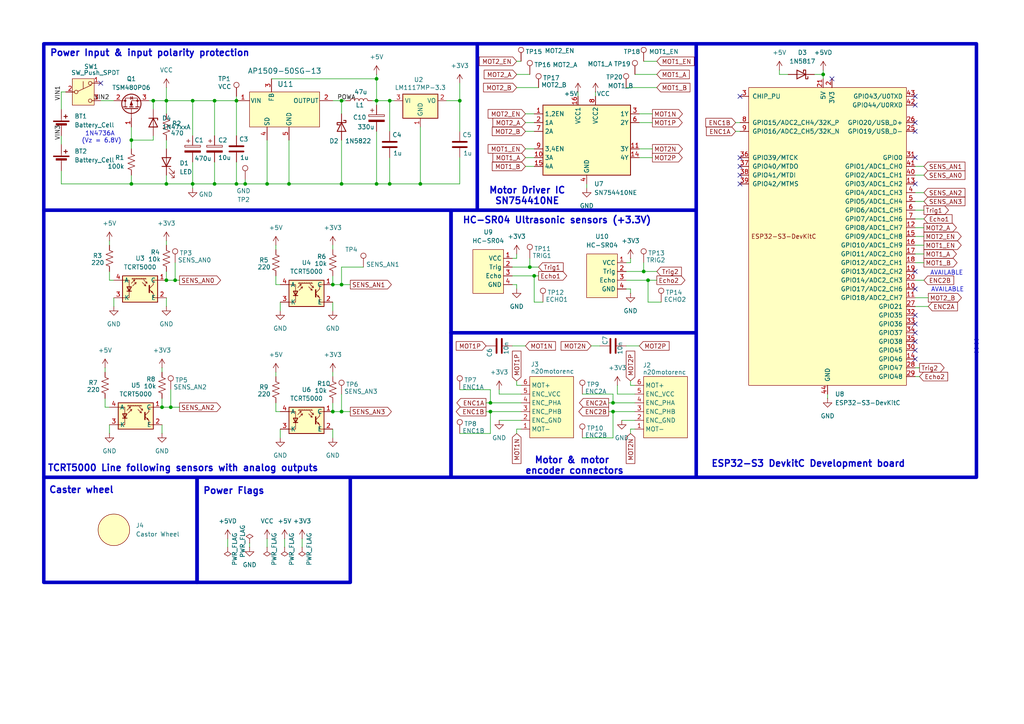
<source format=kicad_sch>
(kicad_sch (version 20250114) (generator "eeschema") (generator_version "9.0")
  (paper "A4")
  (rectangle (start 57.15 138.43) (end 101.6 168.91) (stroke (width 1.016)))
  (rectangle (start 130.81 96.52) (end 201.93 138.43) (stroke (width 1.016)))
  (rectangle (start 130.81 60.96) (end 201.93 96.52) (stroke (width 1.016)))
  (rectangle (start 201.93 12.7) (end 283.21 138.43) (stroke (width 1.016)))
  (rectangle (start 138.43 12.7) (end 201.93 60.96) (stroke (width 1.016)))
  (rectangle (start 12.7 12.7) (end 138.43 60.96) (stroke (width 1.016)))
  (rectangle (start 12.7 138.43) (end 57.15 168.91) (stroke (width 1.016)))
  (rectangle (start 12.7 60.96) (end 130.81 138.43) (stroke (width 1.016)))
  (text "HC-SR04 Ultrasonic sensors (+3.3V)" (at 161.544 64.008 0) (effects (font (size 1.905 1.905) (thickness 0.381) (bold yes))))
  (text "Power Input & input polarity protection" (at 43.434 15.494 0) (effects (font (size 1.905 1.905) (thickness 0.381) (bold yes))))
  (text "Motor Driver IC\nSN754410NE\n" (at 152.908 56.896 0) (effects (font (size 1.905 1.905) (thickness 0.381) (bold yes))))
  (text "Motor & motor \nencoder connectors\n" (at 166.624 135.128 0) (effects (font (size 1.905 1.905) (thickness 0.381) (bold yes))))
  (text "AVAILABLE" (at 274.828 84.074 0) (effects (font (size 1.27 1.27))))
  (text "AVAILABLE" (at 274.574 79.248 0) (effects (font (size 1.27 1.27))))
  (text "Caster wheel" (at 23.622 142.24 0) (effects (font (size 1.905 1.905) (thickness 0.381) (bold yes))))
  (text "1N4736A \n(Vz = 6.8V)" (at 29.464 39.878 0) (effects (font (size 1.27 1.27))))
  (text "ESP32-S3 DevkitC Development board" (at 234.442 134.62 0) (effects (font (size 1.905 1.905) (thickness 0.381) (bold yes))))
  (text "TCRT5000 Line following sensors with analog outputs" (at 53.086 135.89 0) (effects (font (size 1.905 1.905) (thickness 0.381) (bold yes))))
  (text "Power Flags\n" (at 67.818 142.494 0) (effects (font (size 1.905 1.905) (thickness 0.381) (bold yes))))
  (junction (at 96.52 82.55))
  (junction (at 113.03 29.21))
  (junction (at 177.8 116.84))
  (junction (at 44.45 29.21))
  (junction (at 71.12 53.34))
  (junction (at 142.24 119.38))
  (junction (at 154.94 80.01))
  (junction (at 77.47 53.34))
  (junction (at 187.96 81.28))
  (junction (at 133.35 29.21))
  (junction (at 38.1 53.34))
  (junction (at 177.8 119.38))
  (junction (at 142.24 116.84))
  (junction (at 238.76 21.59))
  (junction (at 99.06 82.55))
  (junction (at 109.22 29.21))
  (junction (at 50.8 81.28))
  (junction (at 49.53 118.11))
  (junction (at 113.03 53.34))
  (junction (at 48.26 81.28))
  (junction (at 48.26 29.21))
  (junction (at 99.06 53.34))
  (junction (at 46.99 118.11))
  (junction (at 153.67 77.47))
  (junction (at 68.58 29.21))
  (junction (at 99.06 29.21))
  (junction (at 55.88 53.34))
  (junction (at 99.06 119.38))
  (junction (at 186.69 78.74))
  (junction (at 109.22 22.86))
  (junction (at 68.58 53.34))
  (junction (at 62.23 29.21))
  (junction (at 83.82 53.34))
  (junction (at 62.23 53.34))
  (junction (at 48.26 53.34))
  (junction (at 109.22 53.34))
  (junction (at 38.1 40.64))
  (junction (at 121.92 53.34))
  (junction (at 55.88 29.21))
  (junction (at 96.52 119.38))
  (no_connect (at 265.43 45.72))
  (no_connect (at 265.43 35.56))
  (no_connect (at 265.43 96.52))
  (no_connect (at 283.21 101.6))
  (no_connect (at 265.43 30.48))
  (no_connect (at 265.43 93.98))
  (no_connect (at 283.21 99.06))
  (no_connect (at 265.43 101.6))
  (no_connect (at 265.43 83.82))
  (no_connect (at 214.63 27.94))
  (no_connect (at 265.43 53.34))
  (no_connect (at 265.43 78.74))
  (no_connect (at 214.63 50.8))
  (no_connect (at 241.3 22.86))
  (no_connect (at 265.43 27.94))
  (no_connect (at 265.43 99.06))
  (no_connect (at 265.43 38.1))
  (no_connect (at 214.63 45.72))
  (no_connect (at 265.43 104.14))
  (no_connect (at 265.43 91.44))
  (no_connect (at 29.21 24.13))
  (no_connect (at 214.63 48.26))
  (no_connect (at 214.63 53.34))
  (wire (pts (xy 29.21 29.21) (xy 33.02 29.21)))
  (wire (pts (xy 72.39 157.48) (xy 72.39 158.75)))
  (wire (pts (xy 238.76 21.59) (xy 238.76 22.86)))
  (wire (pts (xy 182.88 83.82) (xy 182.88 85.09)))
  (wire (pts (xy 99.06 40.64) (xy 99.06 53.34)))
  (wire (pts (xy 38.1 36.83) (xy 38.1 40.64)))
  (wire (pts (xy 96.52 107.95) (xy 96.52 109.22)))
  (wire (pts (xy 186.69 17.78) (xy 190.5 17.78)))
  (wire (pts (xy 30.48 106.68) (xy 30.48 107.95)))
  (wire (pts (xy 265.43 60.96) (xy 267.97 60.96)))
  (wire (pts (xy 44.45 29.21) (xy 44.45 31.75)))
  (wire (pts (xy 48.26 78.74) (xy 48.26 81.28)))
  (wire (pts (xy 177.8 119.38) (xy 177.8 127)))
  (wire (pts (xy 48.26 86.36) (xy 48.26 88.9)))
  (wire (pts (xy 44.45 39.37) (xy 44.45 40.64)))
  (wire (pts (xy 96.52 80.01) (xy 96.52 82.55)))
  (wire (pts (xy 265.43 81.28) (xy 267.97 81.28)))
  (wire (pts (xy 184.15 114.3) (xy 179.07 114.3)))
  (wire (pts (xy 191.77 87.63) (xy 187.96 87.63)))
  (wire (pts (xy 142.24 119.38) (xy 142.24 125.73)))
  (wire (pts (xy 265.43 68.58) (xy 267.97 68.58)))
  (wire (pts (xy 38.1 53.34) (xy 48.26 53.34)))
  (wire (pts (xy 83.82 40.64) (xy 83.82 53.34)))
  (wire (pts (xy 50.8 81.28) (xy 52.07 81.28)))
  (wire (pts (xy 109.22 21.59) (xy 109.22 22.86)))
  (wire (pts (xy 182.88 110.49) (xy 182.88 111.76)))
  (wire (pts (xy 153.67 74.93) (xy 153.67 77.47)))
  (wire (pts (xy 17.78 39.37) (xy 17.78 41.91)))
  (wire (pts (xy 113.03 45.72) (xy 113.03 53.34)))
  (wire (pts (xy 181.61 25.4) (xy 190.5 25.4)))
  (wire (pts (xy 80.01 116.84) (xy 80.01 119.38)))
  (wire (pts (xy 168.91 114.3) (xy 177.8 114.3)))
  (wire (pts (xy 83.82 53.34) (xy 99.06 53.34)))
  (wire (pts (xy 99.06 114.3) (xy 99.06 119.38)))
  (wire (pts (xy 185.42 45.72) (xy 189.23 45.72)))
  (wire (pts (xy 48.26 29.21) (xy 48.26 33.02)))
  (wire (pts (xy 236.22 21.59) (xy 238.76 21.59)))
  (wire (pts (xy 238.76 20.32) (xy 238.76 21.59)))
  (wire (pts (xy 172.72 26.67) (xy 172.72 27.94)))
  (wire (pts (xy 80.01 119.38) (xy 81.28 119.38)))
  (wire (pts (xy 265.43 88.9) (xy 269.24 88.9)))
  (wire (pts (xy 55.88 46.99) (xy 55.88 53.34)))
  (wire (pts (xy 177.8 116.84) (xy 184.15 116.84)))
  (wire (pts (xy 157.48 87.63) (xy 154.94 87.63)))
  (wire (pts (xy 133.35 45.72) (xy 133.35 53.34)))
  (wire (pts (xy 109.22 29.21) (xy 113.03 29.21)))
  (wire (pts (xy 43.18 29.21) (xy 44.45 29.21)))
  (wire (pts (xy 44.45 29.21) (xy 48.26 29.21)))
  (wire (pts (xy 265.43 71.12) (xy 267.97 71.12)))
  (wire (pts (xy 186.69 76.2) (xy 186.69 78.74)))
  (wire (pts (xy 148.59 80.01) (xy 154.94 80.01)))
  (wire (pts (xy 182.88 124.46) (xy 182.88 125.73)))
  (wire (pts (xy 265.43 63.5) (xy 267.97 63.5)))
  (wire (pts (xy 142.24 116.84) (xy 151.13 116.84)))
  (wire (pts (xy 99.06 77.47) (xy 99.06 82.55)))
  (wire (pts (xy 38.1 50.8) (xy 38.1 53.34)))
  (wire (pts (xy 181.61 81.28) (xy 187.96 81.28)))
  (wire (pts (xy 142.24 119.38) (xy 151.13 119.38)))
  (wire (pts (xy 55.88 53.34) (xy 55.88 54.61)))
  (wire (pts (xy 154.94 80.01) (xy 154.94 87.63)))
  (wire (pts (xy 105.41 77.47) (xy 99.06 77.47)))
  (wire (pts (xy 149.86 21.59) (xy 153.67 21.59)))
  (wire (pts (xy 77.47 156.21) (xy 77.47 158.75)))
  (wire (pts (xy 62.23 29.21) (xy 62.23 39.37)))
  (wire (pts (xy 109.22 22.86) (xy 109.22 29.21)))
  (wire (pts (xy 170.18 53.34) (xy 170.18 54.61)))
  (wire (pts (xy 48.26 53.34) (xy 55.88 53.34)))
  (wire (pts (xy 68.58 27.94) (xy 68.58 29.21)))
  (wire (pts (xy 152.4 45.72) (xy 154.94 45.72)))
  (wire (pts (xy 81.28 87.63) (xy 81.28 90.17)))
  (wire (pts (xy 78.74 22.86) (xy 109.22 22.86)))
  (wire (pts (xy 71.12 53.34) (xy 77.47 53.34)))
  (wire (pts (xy 46.99 123.19) (xy 46.99 125.73)))
  (wire (pts (xy 121.92 36.83) (xy 121.92 53.34)))
  (wire (pts (xy 213.36 38.1) (xy 214.63 38.1)))
  (wire (pts (xy 49.53 118.11) (xy 52.07 118.11)))
  (wire (pts (xy 265.43 76.2) (xy 267.97 76.2)))
  (wire (pts (xy 99.06 119.38) (xy 101.6 119.38)))
  (wire (pts (xy 50.8 76.2) (xy 50.8 81.28)))
  (wire (pts (xy 153.67 77.47) (xy 156.21 77.47)))
  (wire (pts (xy 96.52 71.12) (xy 96.52 72.39)))
  (wire (pts (xy 176.53 119.38) (xy 177.8 119.38)))
  (wire (pts (xy 148.59 77.47) (xy 153.67 77.47)))
  (wire (pts (xy 96.52 29.21) (xy 99.06 29.21)))
  (wire (pts (xy 152.4 48.26) (xy 154.94 48.26)))
  (wire (pts (xy 265.43 106.68) (xy 266.7 106.68)))
  (wire (pts (xy 68.58 46.99) (xy 68.58 53.34)))
  (wire (pts (xy 113.03 29.21) (xy 113.03 38.1)))
  (wire (pts (xy 187.96 81.28) (xy 190.5 81.28)))
  (wire (pts (xy 62.23 29.21) (xy 68.58 29.21)))
  (wire (pts (xy 77.47 40.64) (xy 77.47 53.34)))
  (wire (pts (xy 48.26 69.85) (xy 48.26 71.12)))
  (wire (pts (xy 96.52 116.84) (xy 96.52 119.38)))
  (wire (pts (xy 149.86 111.76) (xy 151.13 111.76)))
  (wire (pts (xy 181.61 83.82) (xy 182.88 83.82)))
  (wire (pts (xy 99.06 29.21) (xy 99.06 33.02)))
  (wire (pts (xy 144.78 114.3) (xy 151.13 114.3)))
  (wire (pts (xy 99.06 82.55) (xy 101.6 82.55)))
  (wire (pts (xy 80.01 71.12) (xy 80.01 72.39)))
  (wire (pts (xy 213.36 35.56) (xy 214.63 35.56)))
  (wire (pts (xy 96.52 124.46) (xy 96.52 127)))
  (wire (pts (xy 149.86 25.4) (xy 156.21 25.4)))
  (wire (pts (xy 179.07 111.76) (xy 179.07 114.3)))
  (wire (pts (xy 144.78 121.92) (xy 151.13 121.92)))
  (wire (pts (xy 185.42 33.02) (xy 189.23 33.02)))
  (wire (pts (xy 152.4 38.1) (xy 154.94 38.1)))
  (wire (pts (xy 31.75 69.85) (xy 31.75 71.12)))
  (wire (pts (xy 30.48 115.57) (xy 30.48 118.11)))
  (wire (pts (xy 113.03 29.21) (xy 114.3 29.21)))
  (wire (pts (xy 181.61 76.2) (xy 182.88 76.2)))
  (wire (pts (xy 80.01 82.55) (xy 81.28 82.55)))
  (wire (pts (xy 265.43 73.66) (xy 267.97 73.66)))
  (wire (pts (xy 184.15 21.59) (xy 190.5 21.59)))
  (wire (pts (xy 182.88 111.76) (xy 184.15 111.76)))
  (wire (pts (xy 55.88 29.21) (xy 62.23 29.21)))
  (wire (pts (xy 17.78 26.67) (xy 19.05 26.67)))
  (wire (pts (xy 265.43 58.42) (xy 267.97 58.42)))
  (wire (pts (xy 46.99 115.57) (xy 46.99 118.11)))
  (wire (pts (xy 177.8 127) (xy 168.91 127)))
  (wire (pts (xy 149.86 73.66) (xy 149.86 74.93)))
  (wire (pts (xy 133.35 53.34) (xy 121.92 53.34)))
  (wire (pts (xy 152.4 43.18) (xy 154.94 43.18)))
  (wire (pts (xy 177.8 116.84) (xy 177.8 114.3)))
  (wire (pts (xy 181.61 78.74) (xy 186.69 78.74)))
  (wire (pts (xy 46.99 118.11) (xy 49.53 118.11)))
  (wire (pts (xy 48.26 40.64) (xy 48.26 43.18)))
  (wire (pts (xy 185.42 35.56) (xy 189.23 35.56)))
  (wire (pts (xy 38.1 40.64) (xy 44.45 40.64)))
  (wire (pts (xy 148.59 82.55) (xy 149.86 82.55)))
  (wire (pts (xy 151.13 124.46) (xy 149.86 124.46)))
  (wire (pts (xy 38.1 40.64) (xy 38.1 43.18)))
  (wire (pts (xy 149.86 110.49) (xy 149.86 111.76)))
  (wire (pts (xy 48.26 50.8) (xy 48.26 53.34)))
  (wire (pts (xy 48.26 25.4) (xy 48.26 29.21)))
  (wire (pts (xy 171.45 100.33) (xy 173.99 100.33)))
  (wire (pts (xy 176.53 116.84) (xy 177.8 116.84)))
  (wire (pts (xy 96.52 119.38) (xy 99.06 119.38)))
  (wire (pts (xy 149.86 17.78) (xy 151.13 17.78)))
  (wire (pts (xy 226.06 21.59) (xy 228.6 21.59)))
  (wire (pts (xy 99.06 53.34) (xy 109.22 53.34)))
  (wire (pts (xy 152.4 33.02) (xy 154.94 33.02)))
  (wire (pts (xy 152.4 35.56) (xy 154.94 35.56)))
  (wire (pts (xy 77.47 53.34) (xy 83.82 53.34)))
  (wire (pts (xy 62.23 53.34) (xy 68.58 53.34)))
  (wire (pts (xy 49.53 113.03) (xy 49.53 118.11)))
  (wire (pts (xy 133.35 113.03) (xy 142.24 113.03)))
  (wire (pts (xy 149.86 124.46) (xy 149.86 125.73)))
  (wire (pts (xy 133.35 125.73) (xy 142.24 125.73)))
  (wire (pts (xy 144.78 113.03) (xy 144.78 114.3)))
  (wire (pts (xy 46.99 106.68) (xy 46.99 107.95)))
  (wire (pts (xy 81.28 124.46) (xy 81.28 127)))
  (wire (pts (xy 129.54 29.21) (xy 133.35 29.21)))
  (wire (pts (xy 17.78 49.53) (xy 17.78 53.34)))
  (wire (pts (xy 148.59 100.33) (xy 152.4 100.33)))
  (wire (pts (xy 96.52 82.55) (xy 99.06 82.55)))
  (wire (pts (xy 265.43 50.8) (xy 267.97 50.8)))
  (wire (pts (xy 48.26 81.28) (xy 50.8 81.28)))
  (wire (pts (xy 133.35 29.21) (xy 133.35 38.1)))
  (wire (pts (xy 140.97 119.38) (xy 142.24 119.38)))
  (wire (pts (xy 184.15 124.46) (xy 182.88 124.46)))
  (wire (pts (xy 107.95 29.21) (xy 109.22 29.21)))
  (wire (pts (xy 87.63 156.21) (xy 87.63 158.75)))
  (wire (pts (xy 148.59 74.93) (xy 149.86 74.93)))
  (wire (pts (xy 265.43 66.04) (xy 267.97 66.04)))
  (wire (pts (xy 186.69 78.74) (xy 190.5 78.74)))
  (wire (pts (xy 96.52 87.63) (xy 96.52 90.17)))
  (wire (pts (xy 109.22 29.21) (xy 109.22 30.48)))
  (wire (pts (xy 33.02 86.36) (xy 33.02 88.9)))
  (wire (pts (xy 167.64 26.67) (xy 167.64 27.94)))
  (wire (pts (xy 182.88 74.93) (xy 182.88 76.2)))
  (wire (pts (xy 142.24 113.03) (xy 142.24 116.84)))
  (wire (pts (xy 265.43 55.88) (xy 267.97 55.88)))
  (wire (pts (xy 62.23 46.99) (xy 62.23 53.34)))
  (wire (pts (xy 187.96 87.63) (xy 187.96 81.28)))
  (wire (pts (xy 66.04 156.21) (xy 66.04 158.75)))
  (wire (pts (xy 71.12 52.07) (xy 71.12 53.34)))
  (wire (pts (xy 133.35 24.13) (xy 133.35 29.21)))
  (wire (pts (xy 68.58 29.21) (xy 68.58 39.37)))
  (wire (pts (xy 30.48 118.11) (xy 31.75 118.11)))
  (wire (pts (xy 17.78 53.34) (xy 38.1 53.34)))
  (wire (pts (xy 180.34 121.92) (xy 184.15 121.92)))
  (wire (pts (xy 154.94 80.01) (xy 156.21 80.01)))
  (wire (pts (xy 181.61 100.33) (xy 185.42 100.33)))
  (wire (pts (xy 80.01 107.95) (xy 80.01 109.22)))
  (wire (pts (xy 265.43 109.22) (xy 266.7 109.22)))
  (wire (pts (xy 149.86 82.55) (xy 149.86 83.82)))
  (wire (pts (xy 265.43 86.36) (xy 269.24 86.36)))
  (wire (pts (xy 80.01 80.01) (xy 80.01 82.55)))
  (wire (pts (xy 177.8 119.38) (xy 184.15 119.38)))
  (wire (pts (xy 17.78 31.75) (xy 17.78 26.67)))
  (wire (pts (xy 109.22 53.34) (xy 113.03 53.34)))
  (wire (pts (xy 68.58 53.34) (xy 71.12 53.34)))
  (wire (pts (xy 140.97 116.84) (xy 142.24 116.84)))
  (wire (pts (xy 113.03 53.34) (xy 121.92 53.34)))
  (wire (pts (xy 55.88 29.21) (xy 55.88 39.37)))
  (wire (pts (xy 31.75 81.28) (xy 33.02 81.28)))
  (wire (pts (xy 82.55 156.21) (xy 82.55 158.75)))
  (wire (pts (xy 31.75 78.74) (xy 31.75 81.28)))
  (wire (pts (xy 48.26 29.21) (xy 55.88 29.21)))
  (wire (pts (xy 31.75 123.19) (xy 31.75 125.73)))
  (wire (pts (xy 185.42 43.18) (xy 189.23 43.18)))
  (wire (pts (xy 240.03 114.3) (xy 240.03 115.57)))
  (wire (pts (xy 226.06 20.32) (xy 226.06 21.59)))
  (wire (pts (xy 109.22 38.1) (xy 109.22 53.34)))
  (wire (pts (xy 55.88 53.34) (xy 62.23 53.34)))
  (wire (pts (xy 265.43 48.26) (xy 267.97 48.26)))
  (wire (pts (xy 99.06 29.21) (xy 100.33 29.21)))
  (label "VIN1" (at 17.78 29.21 90))
  (label "VIN2" (at 31.75 29.21 180))
  (label "VIN3" (at 17.78 40.64 90))
  (label "POWA" (at 97.79 29.21 0))
  (global_label "MOT1P" (shape input) (at 149.86 110.49 90) (property "Intersheetrefs" "${INTERSHEET_REFS}" (effects (hide yes))))
  (global_label "MOT1_EN" (shape input) (at 190.5 17.78 0) (property "Intersheetrefs" "${INTERSHEET_REFS}" (effects (hide yes))))
  (global_label "MOT2N" (shape output) (at 189.23 43.18 0) (property "Intersheetrefs" "${INTERSHEET_REFS}" (effects (hide yes))))
  (global_label "SENS_AN1" (shape output) (at 101.6 82.55 0) (property "Intersheetrefs" "${INTERSHEET_REFS}" (effects (hide yes))))
  (global_label "Trig1" (shape output) (at 267.97 60.96 0) (property "Intersheetrefs" "${INTERSHEET_REFS}" (effects (hide yes))))
  (global_label "MOT2N" (shape input) (at 171.45 100.33 180) (property "Intersheetrefs" "${INTERSHEET_REFS}" (effects (hide yes))))
  (global_label "Trig1" (shape input) (at 156.21 77.47 0) (property "Intersheetrefs" "${INTERSHEET_REFS}" (effects (hide yes))))
  (global_label "ENC2B" (shape input) (at 267.97 81.28 0) (property "Intersheetrefs" "${INTERSHEET_REFS}" (effects (hide yes))))
  (global_label "MOT2P" (shape output) (at 189.23 45.72 0) (property "Intersheetrefs" "${INTERSHEET_REFS}" (effects (hide yes))))
  (global_label "MOT2_A" (shape output) (at 267.97 66.04 0) (property "Intersheetrefs" "${INTERSHEET_REFS}" (effects (hide yes))))
  (global_label "MOT1N" (shape input) (at 149.86 125.73 270) (property "Intersheetrefs" "${INTERSHEET_REFS}" (effects (hide yes))))
  (global_label "MOT2_B" (shape output) (at 269.24 86.36 0) (property "Intersheetrefs" "${INTERSHEET_REFS}" (effects (hide yes))))
  (global_label "ENC2B" (shape output) (at 176.53 119.38 180) (property "Intersheetrefs" "${INTERSHEET_REFS}" (effects (hide yes))))
  (global_label "SENS_AN0" (shape input) (at 267.97 50.8 0) (property "Intersheetrefs" "${INTERSHEET_REFS}" (effects (hide yes))))
  (global_label "ENC1B" (shape input) (at 213.36 35.56 180) (property "Intersheetrefs" "${INTERSHEET_REFS}" (effects (hide yes))))
  (global_label "MOT2_A" (shape input) (at 149.86 21.59 180) (property "Intersheetrefs" "${INTERSHEET_REFS}" (effects (hide yes))))
  (global_label "SENS_AN0" (shape output) (at 52.07 81.28 0) (property "Intersheetrefs" "${INTERSHEET_REFS}" (effects (hide yes))))
  (global_label "Trig2" (shape output) (at 266.7 106.68 0) (property "Intersheetrefs" "${INTERSHEET_REFS}" (effects (hide yes))))
  (global_label "Echo2" (shape output) (at 190.5 81.28 0) (property "Intersheetrefs" "${INTERSHEET_REFS}" (effects (hide yes))))
  (global_label "SENS_AN3" (shape input) (at 267.97 58.42 0) (property "Intersheetrefs" "${INTERSHEET_REFS}" (effects (hide yes))))
  (global_label "SENS_AN3" (shape output) (at 101.6 119.38 0) (property "Intersheetrefs" "${INTERSHEET_REFS}" (effects (hide yes))))
  (global_label "SENS_AN2" (shape input) (at 267.97 55.88 0) (property "Intersheetrefs" "${INTERSHEET_REFS}" (effects (hide yes))))
  (global_label "SENS_AN2" (shape output) (at 52.07 118.11 0) (property "Intersheetrefs" "${INTERSHEET_REFS}" (effects (hide yes))))
  (global_label "MOT1_A" (shape input) (at 152.4 45.72 180) (property "Intersheetrefs" "${INTERSHEET_REFS}" (effects (hide yes))))
  (global_label "MOT1_EN" (shape input) (at 152.4 43.18 180) (property "Intersheetrefs" "${INTERSHEET_REFS}" (effects (hide yes))))
  (global_label "MOT2P" (shape input) (at 182.88 110.49 90) (property "Intersheetrefs" "${INTERSHEET_REFS}" (effects (hide yes))))
  (global_label "MOT2_EN" (shape input) (at 149.86 17.78 180) (property "Intersheetrefs" "${INTERSHEET_REFS}" (effects (hide yes))))
  (global_label "MOT1_B" (shape input) (at 190.5 25.4 0) (property "Intersheetrefs" "${INTERSHEET_REFS}" (effects (hide yes))))
  (global_label "SENS_AN1" (shape input) (at 267.97 48.26 0) (property "Intersheetrefs" "${INTERSHEET_REFS}" (effects (hide yes))))
  (global_label "MOT2_B" (shape input) (at 152.4 38.1 180) (property "Intersheetrefs" "${INTERSHEET_REFS}" (effects (hide yes))))
  (global_label "MOT1P" (shape input) (at 140.97 100.33 180) (property "Intersheetrefs" "${INTERSHEET_REFS}" (effects (hide yes))))
  (global_label "MOT1_A" (shape output) (at 267.97 73.66 0) (property "Intersheetrefs" "${INTERSHEET_REFS}" (effects (hide yes))))
  (global_label "MOT1N" (shape output) (at 189.23 33.02 0) (property "Intersheetrefs" "${INTERSHEET_REFS}" (effects (hide yes))))
  (global_label "Trig2" (shape input) (at 190.5 78.74 0) (property "Intersheetrefs" "${INTERSHEET_REFS}" (effects (hide yes))))
  (global_label "MOT1_EN" (shape output) (at 267.97 71.12 0) (property "Intersheetrefs" "${INTERSHEET_REFS}" (effects (hide yes))))
  (global_label "MOT1_A" (shape input) (at 190.5 21.59 0) (property "Intersheetrefs" "${INTERSHEET_REFS}" (effects (hide yes))))
  (global_label "MOT2_A" (shape input) (at 152.4 35.56 180) (property "Intersheetrefs" "${INTERSHEET_REFS}" (effects (hide yes))))
  (global_label "Echo1" (shape input) (at 267.97 63.5 0) (property "Intersheetrefs" "${INTERSHEET_REFS}" (effects (hide yes))))
  (global_label "MOT2_EN" (shape output) (at 267.97 68.58 0) (property "Intersheetrefs" "${INTERSHEET_REFS}" (effects (hide yes))))
  (global_label "MOT1N" (shape input) (at 152.4 100.33 0) (property "Intersheetrefs" "${INTERSHEET_REFS}" (effects (hide yes))))
  (global_label "MOT2N" (shape input) (at 182.88 125.73 270) (property "Intersheetrefs" "${INTERSHEET_REFS}" (effects (hide yes))))
  (global_label "ENC1B" (shape output) (at 140.97 119.38 180) (property "Intersheetrefs" "${INTERSHEET_REFS}" (effects (hide yes))))
  (global_label "MOT1_B" (shape input) (at 152.4 48.26 180) (property "Intersheetrefs" "${INTERSHEET_REFS}" (effects (hide yes))))
  (global_label "ENC1A" (shape input) (at 213.36 38.1 180) (property "Intersheetrefs" "${INTERSHEET_REFS}" (effects (hide yes))))
  (global_label "ENC2A" (shape output) (at 176.53 116.84 180) (property "Intersheetrefs" "${INTERSHEET_REFS}" (effects (hide yes))))
  (global_label "Echo2" (shape input) (at 266.7 109.22 0) (property "Intersheetrefs" "${INTERSHEET_REFS}" (effects (hide yes))))
  (global_label "MOT2_B" (shape input) (at 149.86 25.4 180) (property "Intersheetrefs" "${INTERSHEET_REFS}" (effects (hide yes))))
  (global_label "Echo1" (shape output) (at 156.21 80.01 0) (property "Intersheetrefs" "${INTERSHEET_REFS}" (effects (hide yes))))
  (global_label "ENC2A" (shape input) (at 269.24 88.9 0) (property "Intersheetrefs" "${INTERSHEET_REFS}" (effects (hide yes))))
  (global_label "ENC1A" (shape output) (at 140.97 116.84 180) (property "Intersheetrefs" "${INTERSHEET_REFS}" (effects (hide yes))))
  (global_label "MOT1P" (shape output) (at 189.23 35.56 0) (property "Intersheetrefs" "${INTERSHEET_REFS}" (effects (hide yes))))
  (global_label "MOT1_B" (shape output) (at 267.97 76.2 0) (property "Intersheetrefs" "${INTERSHEET_REFS}" (effects (hide yes))))
  (global_label "MOT2P" (shape input) (at 185.42 100.33 0) (property "Intersheetrefs" "${INTERSHEET_REFS}" (effects (hide yes))))
  (global_label "MOT2_EN" (shape input) (at 152.4 33.02 180) (property "Intersheetrefs" "${INTERSHEET_REFS}" (effects (hide yes))))
  (symbol (lib_name "VCC_2") (lib_id "power:VCC") (at 77.47 156.21 0) (unit 1)
    (property "Reference" "#PWR05" (effects (hide yes)))
    (property "Value" "VCC" (at 77.47 151.13 0))
    (property "Description" "Power symbol creates a global label with name \"VCC\"" (effects (hide yes)))
  )
  (symbol (lib_id "power:GND") (at 81.28 127 0) (unit 1)
    (property "Reference" "#PWR021" (effects (hide yes)))
    (property "Value" "GND" (at 81.28 132.08 0))
    (property "Description" "Power symbol creates a global label with name \"GND\" , ground" (effects (hide yes)))
  )
  (symbol (lib_id "myparts:TSM480P06") (at 38.1 29.21 90) (unit 1)
    (property "Reference" "Q1" (at 38.1 22.86 90))
    (property "Value" "TSM480P06" (at 38.1 25.4 90))
    (property "Footprint" "Package_TO_SOT_THT:TO-251-3_Vertical" (effects (hide yes)))
  )
  (symbol (lib_id "myparts:n20motorenc") (at 153.67 119.38 0) (mirror y) (unit 1)
    (property "Reference" "J3" (at 153.924 105.664 0) (effects (justify right)))
    (property "Value" "n20motorenc" (at 153.924 107.696 0) (effects (justify right)))
    (property "Footprint" "myparts:n20motorencv2" (effects (hide yes)))
  )
  (symbol (lib_id "Switch:SW_Push_SPDT") (at 24.13 26.67 0) (unit 1)
    (property "Reference" "SW1" (at 26.416 19.304 0))
    (property "Value" "SW_Push_SPDT" (at 27.686 21.082 0))
    (property "Footprint" "Button_Switch_THT:SW_E-Switch_EG1224_SPDT_Angled" (effects (hide yes)))
    (property "Description" "Momentary Switch, single pole double throw" (effects (hide yes)))
  )
  (symbol (lib_id "myparts:AP1509-50SG-13") (at 64.77 29.21 0) (unit 1)
    (property "Reference" "U11" (at 82.804 24.384 0) (effects (font (size 1.524 1.524))))
    (property "Value" "AP1509-50SG-13" (at 82.55 20.574 0) (effects (font (size 1.524 1.524))))
    (property "Footprint" "Package_SO:SOP-8_3.9x4.9mm_P1.27mm" (effects (hide yes)))
    (property "Datasheet" "AP1509-50SG-13" (effects (hide yes)))
  )
  (symbol (lib_id "Device:R_US") (at 96.52 76.2 0) (unit 1)
    (property "Reference" "R6" (at 91.948 74.422 0) (effects (justify left)))
    (property "Value" "10k" (at 91.186 76.454 0) (effects (justify left)))
    (property "Footprint" "Resistor_THT:R_Axial_DIN0207_L6.3mm_D2.5mm_P10.16mm_Horizontal" (effects (hide yes)))
  )
  (symbol (lib_id "Diode:1N47xxA") (at 44.45 35.56 270) (unit 1)
    (property "Reference" "D4" (at 46.99 34.2899 90) (effects (justify left)))
    (property "Value" "1N47xxA" (at 46.99 36.8299 90) (effects (justify left)))
    (property "Footprint" "Diode_THT:D_DO-41_SOD81_P10.16mm_Horizontal" (effects (hide yes)))
    (property "Datasheet" "https://www.vishay.com/docs/85816/1n4728a.pdf" (effects (hide yes)))
    (property "Description" "1300mW Silicon planar power Zener diodes, DO-41" (effects (hide yes)))
  )
  (symbol (lib_id "power:+3V3") (at 96.52 107.95 0) (unit 1)
    (property "Reference" "#PWR022" (effects (hide yes)))
    (property "Value" "+3V3" (at 96.52 102.87 0))
    (property "Description" "Power symbol creates a global label with name \"+3V3\"" (effects (hide yes)))
  )
  (symbol (lib_id "Device:C") (at 144.78 100.33 90) (unit 1)
    (property "Reference" "C6" (at 141.986 103.632 0) (effects (justify left)))
    (property "Value" "10n" (at 146.812 102.87 0) (effects (justify left)))
    (property "Footprint" "Capacitor_THT:C_Disc_D4.3mm_W1.9mm_P5.00mm" (effects (hide yes)))
  )
  (symbol (lib_id "Device:C_Polarized") (at 109.22 34.29 0) (unit 1)
    (property "Reference" "C10" (at 102.362 34.036 0) (effects (justify left)))
    (property "Value" "330u" (at 103.632 36.83 0) (effects (justify left)))
    (property "Footprint" "Capacitor_THT:CP_Radial_D10.0mm_P5.00mm" (effects (hide yes)))
    (property "Description" "Polarized capacitor" (effects (hide yes)))
  )
  (symbol (lib_id "power:+3V3") (at 87.63 156.21 0) (unit 1)
    (property "Reference" "#PWR027" (effects (hide yes)))
    (property "Value" "+3V3" (at 87.63 151.13 0))
    (property "Description" "Power symbol creates a global label with name \"+3V3\"" (effects (hide yes)))
  )
  (symbol (lib_id "Connector:TestPoint") (at 184.15 21.59 0) (unit 1)
    (property "Reference" "TP19" (at 178.054 18.542 0) (effects (justify left)))
    (property "Value" "MOT1_A" (at 170.434 18.542 0) (effects (justify left)))
    (property "Footprint" "TestPoint:TestPoint_THTPad_D1.5mm_Drill0.7mm" (effects (hide yes)))
  )
  (symbol (lib_id "power:GND") (at 55.88 54.61 0) (unit 1)
    (property "Reference" "#PWR04" (effects (hide yes)))
    (property "Value" "GND" (at 59.69 56.388 0))
    (property "Description" "Power symbol creates a global label with name \"GND\" , ground" (effects (hide yes)))
  )
  (symbol (lib_id "Device:C_Polarized") (at 62.23 43.18 0) (unit 1)
    (property "Reference" "C2" (at 63.246 40.64 0) (effects (justify left)))
    (property "Value" "10u" (at 63.246 45.72 0) (effects (justify left)))
    (property "Footprint" "Capacitor_THT:CP_Radial_D5.0mm_P2.50mm" (effects (hide yes)))
  )
  (symbol (lib_id "power:PWR_FLAG") (at 77.47 158.75 180) (unit 1)
    (property "Reference" "#FLG06" (effects (hide yes)))
    (property "Value" "PWR_FLAG" (at 79.502 159.258 90))
    (property "Description" "Special symbol for telling ERC where power comes from" (effects (hide yes)))
  )
  (symbol (lib_id "power:GND") (at 96.52 90.17 0) (unit 1)
    (property "Reference" "#PWR015" (effects (hide yes)))
    (property "Value" "GND" (at 96.52 95.25 0))
    (property "Description" "Power symbol creates a global label with name \"GND\" , ground" (effects (hide yes)))
  )
  (symbol (lib_id "Connector:TestPoint") (at 151.13 17.78 0) (unit 1)
    (property "Reference" "TP15" (at 152.4 14.986 0) (effects (justify left)))
    (property "Value" "MOT2_EN" (at 157.988 14.732 0) (effects (justify left)))
    (property "Footprint" "TestPoint:TestPoint_THTPad_D1.5mm_Drill0.7mm" (effects (hide yes)))
  )
  (symbol (lib_id "Diode:1N5817") (at 232.41 21.59 180) (unit 1)
    (property "Reference" "D3" (at 232.7275 15.24 0))
    (property "Value" "1N5817" (at 232.7275 17.78 0))
    (property "Footprint" "Diode_THT:D_DO-41_SOD81_P10.16mm_Horizontal" (effects (hide yes)))
    (property "Datasheet" "http://www.vishay.com/docs/88525/1n5817.pdf" (effects (hide yes)))
    (property "Description" "20V 1A Schottky Barrier Rectifier Diode, DO-41" (effects (hide yes)))
  )
  (symbol (lib_id "power:GND") (at 144.78 121.92 0) (unit 1)
    (property "Reference" "#PWR031" (effects (hide yes)))
    (property "Value" "GND" (at 144.78 127 0))
    (property "Description" "Power symbol creates a global label with name \"GND\" , ground" (effects (hide yes)))
  )
  (symbol (lib_id "Connector:TestPoint") (at 153.67 21.59 0) (unit 1)
    (property "Reference" "TP16" (at 154.94 18.796 0) (effects (justify left)))
    (property "Value" "MOT2_A" (at 160.274 18.796 0) (effects (justify left)))
    (property "Footprint" "TestPoint:TestPoint_THTPad_D1.5mm_Drill0.7mm" (effects (hide yes)))
  )
  (symbol (lib_id "Connector:TestPoint") (at 153.67 74.93 0) (unit 1)
    (property "Reference" "TP11" (at 154.94 72.136 0) (effects (justify left)))
    (property "Value" "TRIG1" (at 154.432 74.168 0) (effects (justify left)))
    (property "Footprint" "TestPoint:TestPoint_THTPad_D1.5mm_Drill0.7mm" (effects (hide yes)))
  )
  (symbol (lib_id "power:+3V3") (at 133.35 24.13 0) (unit 1)
    (property "Reference" "#PWR07" (effects (hide yes)))
    (property "Value" "+3V3" (at 133.35 19.05 0))
    (property "Description" "Power symbol creates a global label with name \"+3V3\"" (effects (hide yes)))
  )
  (symbol (lib_id "Device:R_US") (at 80.01 113.03 0) (unit 1)
    (property "Reference" "R9" (at 75.184 112.268 0) (effects (justify left)))
    (property "Value" "220" (at 74.676 114.3 0) (effects (justify left)))
    (property "Footprint" "Resistor_THT:R_Axial_DIN0207_L6.3mm_D2.5mm_P10.16mm_Horizontal" (effects (hide yes)))
  )
  (symbol (lib_id "power:GND") (at 33.02 88.9 0) (unit 1)
    (property "Reference" "#PWR09" (effects (hide yes)))
    (property "Value" "GND" (at 33.02 93.98 0))
    (property "Description" "Power symbol creates a global label with name \"GND\" , ground" (effects (hide yes)))
  )
  (symbol (lib_id "power:PWR_FLAG") (at 72.39 157.48 0) (unit 1)
    (property "Reference" "#FLG09" (effects (hide yes)))
    (property "Value" "PWR_FLAG" (at 70.358 156.972 90))
    (property "Description" "Special symbol for telling ERC where power comes from" (effects (hide yes)))
  )
  (symbol (lib_id "Device:R_US") (at 31.75 74.93 0) (unit 1)
    (property "Reference" "R3" (at 26.924 74.168 0) (effects (justify left)))
    (property "Value" "220" (at 26.416 76.2 0) (effects (justify left)))
    (property "Footprint" "Resistor_THT:R_Axial_DIN0207_L6.3mm_D2.5mm_P10.16mm_Horizontal" (effects (hide yes)))
  )
  (symbol (lib_id "Connector:TestPoint") (at 181.61 25.4 0) (unit 1)
    (property "Reference" "TP20" (at 175.768 22.352 0) (effects (justify left)))
    (property "Value" "MOT1_B" (at 176.276 24.892 0) (effects (justify left)))
    (property "Footprint" "TestPoint:TestPoint_THTPad_D1.5mm_Drill0.7mm" (effects (hide yes)))
  )
  (symbol (lib_id "myparts:TCRT5000") (at 88.9 121.92 0) (unit 1)
    (property "Reference" "U6" (at 88.9 113.03 0))
    (property "Value" "TCRT5000" (at 88.9 115.57 0))
    (property "Footprint" "myparts:Vishay_TCRT5000" (effects (hide yes)))
  )
  (symbol (lib_id "Regulator_Linear:LM1117MP-3.3") (at 121.92 29.21 0) (unit 1)
    (property "Reference" "U2" (at 121.412 23.114 0))
    (property "Value" "LM1117MP-3.3" (at 121.92 25.4 0))
    (property "Footprint" "Package_TO_SOT_SMD:SOT-223-3_TabPin2" (effects (hide yes)))
    (property "Datasheet" "http://www.ti.com/lit/ds/symlink/lm1117.pdf" (effects (hide yes)))
    (property "Description" "800mA Low-Dropout Linear Regulator, 3.3V fixed output, SOT-223" (effects (hide yes)))
  )
  (symbol (lib_id "power:PWR_FLAG") (at 66.04 158.75 180) (unit 1)
    (property "Reference" "#FLG07" (effects (hide yes)))
    (property "Value" "PWR_FLAG" (at 68.072 159.258 90))
    (property "Description" "Special symbol for telling ERC where power comes from" (effects (hide yes)))
  )
  (symbol (lib_id "Device:R_US") (at 30.48 111.76 0) (unit 1)
    (property "Reference" "R7" (at 25.654 110.998 0) (effects (justify left)))
    (property "Value" "220" (at 25.146 113.03 0) (effects (justify left)))
    (property "Footprint" "Resistor_THT:R_Axial_DIN0207_L6.3mm_D2.5mm_P10.16mm_Horizontal" (effects (hide yes)))
  )
  (symbol (lib_id "power:GND") (at 170.18 54.61 0) (unit 1)
    (property "Reference" "#PWR034" (effects (hide yes)))
    (property "Value" "GND" (at 170.18 59.69 0))
    (property "Description" "Power symbol creates a global label with name \"GND\" , ground" (effects (hide yes)))
  )
  (symbol (lib_id "Connector:TestPoint") (at 49.53 113.03 0) (unit 1)
    (property "Reference" "TP5" (at 50.8 110.236 0) (effects (justify left)))
    (property "Value" "SENS_AN2" (at 50.292 112.268 0) (effects (justify left)))
    (property "Footprint" "TestPoint:TestPoint_THTPad_D1.5mm_Drill0.7mm" (effects (hide yes)))
  )
  (symbol (lib_id "Connector:TestPoint") (at 186.69 17.78 0) (unit 1)
    (property "Reference" "TP18" (at 180.848 14.986 0) (effects (justify left)))
    (property "Value" "MOT1_EN" (at 188.214 14.986 0) (effects (justify left)))
    (property "Footprint" "TestPoint:TestPoint_THTPad_D1.5mm_Drill0.7mm" (effects (hide yes)))
  )
  (symbol (lib_name "HC-SR04_1") (lib_id "myparts:HC-SR04") (at 140.97 82.55 90) (mirror x) (unit 1)
    (property "Reference" "U9" (at 141.605 67.31 90))
    (property "Value" "HC-SR04" (at 141.605 69.85 90))
    (property "Footprint" "myparts:HC-SR04" (effects (hide yes)))
  )
  (symbol (lib_id "Connector:TestPoint") (at 50.8 76.2 0) (unit 1)
    (property "Reference" "TP3" (at 52.07 73.406 0) (effects (justify left)))
    (property "Value" "SENS_AN0" (at 51.562 75.438 0) (effects (justify left)))
    (property "Footprint" "TestPoint:TestPoint_THTPad_D1.5mm_Drill0.7mm" (effects (hide yes)))
  )
  (symbol (lib_id "power:GND") (at 48.26 88.9 0) (unit 1)
    (property "Reference" "#PWR011" (effects (hide yes)))
    (property "Value" "GND" (at 48.26 93.98 0))
    (property "Description" "Power symbol creates a global label with name \"GND\" , ground" (effects (hide yes)))
  )
  (symbol (lib_id "power:+5V") (at 226.06 20.32 0) (unit 1)
    (property "Reference" "#PWR035" (effects (hide yes)))
    (property "Value" "+5V" (at 226.06 15.24 0))
    (property "Description" "Power symbol creates a global label with name \"+5V\"" (effects (hide yes)))
  )
  (symbol (lib_id "Device:C") (at 133.35 41.91 0) (unit 1)
    (property "Reference" "C5" (at 134.112 39.116 0) (effects (justify left)))
    (property "Value" "1u" (at 134.366 44.45 0) (effects (justify left)))
    (property "Footprint" "Capacitor_THT:C_Disc_D4.3mm_W1.9mm_P5.00mm" (effects (hide yes)))
  )
  (symbol (lib_id "Connector:TestPoint") (at 133.35 113.03 0) (unit 1)
    (property "Reference" "TP7" (at 134.62 110.236 0) (effects (justify left)))
    (property "Value" "ENC1A" (at 134.112 112.268 0) (effects (justify left)))
    (property "Footprint" "TestPoint:TestPoint_THTPad_D1.5mm_Drill0.7mm" (effects (hide yes)))
  )
  (symbol (lib_id "power:GND") (at 180.34 121.92 0) (unit 1)
    (property "Reference" "#PWR032" (effects (hide yes)))
    (property "Value" "GND" (at 180.34 127 0))
    (property "Description" "Power symbol creates a global label with name \"GND\" , ground" (effects (hide yes)))
  )
  (symbol (lib_id "Connector:TestPoint") (at 157.48 87.63 0) (unit 1)
    (property "Reference" "TP12" (at 158.75 84.836 0) (effects (justify left)))
    (property "Value" "ECHO1" (at 158.242 86.868 0) (effects (justify left)))
    (property "Footprint" "TestPoint:TestPoint_THTPad_D1.5mm_Drill0.7mm" (effects (hide yes)))
  )
  (symbol (lib_id "power:+5V") (at 30.48 106.68 0) (unit 1)
    (property "Reference" "#PWR016" (effects (hide yes)))
    (property "Value" "+5V" (at 30.48 101.6 0))
    (property "Description" "Power symbol creates a global label with name \"+5V\"" (effects (hide yes)))
  )
  (symbol (lib_id "Device:R_US") (at 46.99 111.76 0) (unit 1)
    (property "Reference" "R8" (at 42.418 109.982 0) (effects (justify left)))
    (property "Value" "10k" (at 41.656 112.014 0) (effects (justify left)))
    (property "Footprint" "Resistor_THT:R_Axial_DIN0207_L6.3mm_D2.5mm_P10.16mm_Horizontal" (effects (hide yes)))
  )
  (symbol (lib_id "power:GND") (at 46.99 125.73 0) (unit 1)
    (property "Reference" "#PWR019" (effects (hide yes)))
    (property "Value" "GND" (at 46.99 130.81 0))
    (property "Description" "Power symbol creates a global label with name \"GND\" , ground" (effects (hide yes)))
  )
  (symbol (lib_id "Device:C") (at 68.58 43.18 0) (unit 1)
    (property "Reference" "C3" (at 69.342 40.386 0) (effects (justify left)))
    (property "Value" "1u" (at 69.596 45.72 0) (effects (justify left)))
    (property "Footprint" "Capacitor_THT:C_Disc_D4.3mm_W1.9mm_P5.00mm" (effects (hide yes)))
  )
  (symbol (lib_id "Device:R_US") (at 48.26 36.83 0) (unit 1)
    (property "Reference" "R2" (at 52.578 35.814 0) (effects (justify right)))
    (property "Value" "470" (at 53.34 38.608 0) (effects (justify right)))
    (property "Footprint" "Resistor_THT:R_Axial_DIN0207_L6.3mm_D2.5mm_P10.16mm_Horizontal" (effects (hide yes)))
  )
  (symbol (lib_id "Connector:TestPoint") (at 168.91 114.3 0) (unit 1)
    (property "Reference" "TP9" (at 170.18 111.506 0) (effects (justify left)))
    (property "Value" "ENC2A" (at 169.672 113.538 0) (effects (justify left)))
    (property "Footprint" "TestPoint:TestPoint_THTPad_D1.5mm_Drill0.7mm" (effects (hide yes)))
  )
  (symbol (lib_id "Connector:TestPoint") (at 99.06 114.3 0) (unit 1)
    (property "Reference" "TP6" (at 100.33 111.506 0) (effects (justify left)))
    (property "Value" "SENS_AN3" (at 99.822 113.538 0) (effects (justify left)))
    (property "Footprint" "TestPoint:TestPoint_THTPad_D1.5mm_Drill0.7mm" (effects (hide yes)))
  )
  (symbol (lib_id "power:+3V3") (at 46.99 106.68 0) (unit 1)
    (property "Reference" "#PWR018" (effects (hide yes)))
    (property "Value" "+3V3" (at 46.99 101.6 0))
    (property "Description" "Power symbol creates a global label with name \"+3V3\"" (effects (hide yes)))
  )
  (symbol (lib_id "Device:LED") (at 48.26 46.99 90) (unit 1)
    (property "Reference" "D1" (at 52.07 47.3074 90) (effects (justify right)))
    (property "Value" "LED" (at 52.07 49.8474 90) (effects (justify right)))
    (property "Footprint" "LED_THT:LED_D5.0mm" (effects (hide yes)))
    (property "Description" "Light emitting diode" (effects (hide yes)))
    (property "Sim.Pins" "1=K 2=A" (effects (hide yes)))
  )
  (symbol (lib_id "Device:C") (at 113.03 41.91 0) (unit 1)
    (property "Reference" "C4" (at 113.792 39.116 0) (effects (justify left)))
    (property "Value" "1u" (at 114.046 44.45 0) (effects (justify left)))
    (property "Footprint" "Capacitor_THT:C_Disc_D4.3mm_W1.9mm_P5.00mm" (effects (hide yes)))
  )
  (symbol (lib_id "power:+3V3") (at 96.52 71.12 0) (unit 1)
    (property "Reference" "#PWR014" (effects (hide yes)))
    (property "Value" "+3V3" (at 96.52 66.04 0))
    (property "Description" "Power symbol creates a global label with name \"+3V3\"" (effects (hide yes)))
  )
  (symbol (lib_id "myparts:TCRT5000") (at 40.64 83.82 0) (unit 1)
    (property "Reference" "U3" (at 40.64 74.93 0))
    (property "Value" "TCRT5000" (at 40.64 77.47 0))
    (property "Footprint" "myparts:Vishay_TCRT5000" (effects (hide yes)))
  )
  (symbol (lib_id "power:PWR_FLAG") (at 87.63 158.75 180) (unit 1)
    (property "Reference" "#FLG010" (effects (hide yes)))
    (property "Value" "PWR_FLAG" (at 89.662 159.258 90))
    (property "Description" "Special symbol for telling ERC where power comes from" (effects (hide yes)))
  )
  (symbol (lib_id "power:+3V3") (at 182.88 74.93 0) (unit 1)
    (property "Reference" "#PWR039" (effects (hide yes)))
    (property "Value" "+3V3" (at 182.88 69.85 0))
    (property "Description" "Power symbol creates a global label with name \"+3V3\"" (effects (hide yes)))
  )
  (symbol (lib_id "power:PWR_FLAG") (at 82.55 158.75 180) (unit 1)
    (property "Reference" "#FLG08" (effects (hide yes)))
    (property "Value" "PWR_FLAG" (at 84.582 159.258 90))
    (property "Description" "Special symbol for telling ERC where power comes from" (effects (hide yes)))
  )
  (symbol (lib_id "power:GND") (at 240.03 115.57 0) (unit 1)
    (property "Reference" "#PWR036" (effects (hide yes)))
    (property "Value" "GND" (at 240.03 120.65 0))
    (property "Description" "Power symbol creates a global label with name \"GND\" , ground" (effects (hide yes)))
  )
  (symbol (lib_id "myparts:CastorWheel") (at 33.02 153.67 0) (unit 1)
    (property "Reference" "J4" (at 39.37 152.3999 0) (effects (justify left)))
    (property "Value" "Castor Wheel" (at 39.37 154.9399 0) (effects (justify left)))
    (property "Footprint" "myparts:N20CasterSteelBall-Mini" (effects (hide yes)))
  )
  (symbol (lib_name "HC-SR04_1") (lib_id "myparts:HC-SR04") (at 173.99 83.82 90) (mirror x) (unit 1)
    (property "Reference" "U10" (at 174.625 68.58 90))
    (property "Value" "HC-SR04" (at 174.625 71.12 90))
    (property "Footprint" "myparts:HC-SR04" (effects (hide yes)))
  )
  (symbol (lib_id "power:+3V3") (at 179.07 111.76 0) (unit 1)
    (property "Reference" "#PWR030" (effects (hide yes)))
    (property "Value" "+3V3" (at 179.07 106.68 0))
    (property "Description" "Power symbol creates a global label with name \"+3V3\"" (effects (hide yes)))
  )
  (symbol (lib_id "power:+3V3") (at 48.26 69.85 0) (unit 1)
    (property "Reference" "#PWR010" (effects (hide yes)))
    (property "Value" "+3V3" (at 48.26 64.77 0))
    (property "Description" "Power symbol creates a global label with name \"+3V3\"" (effects (hide yes)))
  )
  (symbol (lib_id "Device:R_US") (at 48.26 74.93 0) (unit 1)
    (property "Reference" "R4" (at 43.688 73.152 0) (effects (justify left)))
    (property "Value" "10k" (at 42.926 75.184 0) (effects (justify left)))
    (property "Footprint" "Resistor_THT:R_Axial_DIN0207_L6.3mm_D2.5mm_P10.16mm_Horizontal" (effects (hide yes)))
  )
  (symbol (lib_id "Device:R_US") (at 96.52 113.03 0) (unit 1)
    (property "Reference" "R10" (at 91.948 111.252 0) (effects (justify left)))
    (property "Value" "10k" (at 91.186 113.284 0) (effects (justify left)))
    (property "Footprint" "Resistor_THT:R_Axial_DIN0207_L6.3mm_D2.5mm_P10.16mm_Horizontal" (effects (hide yes)))
  )
  (symbol (lib_id "Diode:1N5822") (at 99.06 36.83 270) (unit 1)
    (property "Reference" "D2" (at 95.504 40.894 90) (effects (justify left)))
    (property "Value" "1N5822" (at 100.076 40.894 90) (effects (justify left)))
    (property "Footprint" "Diode_THT:D_DO-201AD_P15.24mm_Horizontal" (effects (hide yes)))
    (property "Datasheet" "http://www.vishay.com/docs/88526/1n5820.pdf" (effects (hide yes)))
    (property "Description" "40V 3A Schottky Barrier Rectifier Diode, DO-201AD" (effects (hide yes)))
  )
  (symbol (lib_id "Connector:TestPoint") (at 68.58 27.94 0) (unit 1)
    (property "Reference" "TP1" (at 63.246 22.86 0) (effects (justify left)))
    (property "Value" "VCC" (at 63.246 25.146 0) (effects (justify left)))
    (property "Footprint" "TestPoint:TestPoint_THTPad_D1.5mm_Drill0.7mm" (effects (hide yes)))
  )
  (symbol (lib_id "Device:L") (at 104.14 29.21 90) (unit 1)
    (property "Reference" "L1" (at 104.394 30.48 90))
    (property "Value" "47u" (at 104.648 26.67 90))
    (property "Footprint" "myparts:AIUR-06_ABRv2" (effects (hide yes)))
    (property "Description" "Inductor" (effects (hide yes)))
  )
  (symbol (lib_id "Device:R_US") (at 80.01 76.2 0) (unit 1)
    (property "Reference" "R5" (at 75.184 75.438 0) (effects (justify left)))
    (property "Value" "220" (at 74.676 77.47 0) (effects (justify left)))
    (property "Footprint" "Resistor_THT:R_Axial_DIN0207_L6.3mm_D2.5mm_P10.16mm_Horizontal" (effects (hide yes)))
  )
  (symbol (lib_id "power:+5VD") (at 66.04 156.21 0) (unit 1)
    (property "Reference" "#PWR06" (effects (hide yes)))
    (property "Value" "+5VD" (at 66.04 151.13 0))
    (property "Description" "Power symbol creates a global label with name \"+5VD\"" (effects (hide yes)))
  )
  (symbol (lib_id "power:+5V") (at 80.01 71.12 0) (unit 1)
    (property "Reference" "#PWR012" (effects (hide yes)))
    (property "Value" "+5V" (at 80.01 66.04 0))
    (property "Description" "Power symbol creates a global label with name \"+5V\"" (effects (hide yes)))
  )
  (symbol (lib_id "power:+3V3") (at 144.78 113.03 0) (unit 1)
    (property "Reference" "#PWR029" (effects (hide yes)))
    (property "Value" "+3V3" (at 144.78 107.95 0))
    (property "Description" "Power symbol creates a global label with name \"+3V3\"" (effects (hide yes)))
  )
  (symbol (lib_id "power:GND") (at 72.39 158.75 0) (unit 1)
    (property "Reference" "#PWR026" (effects (hide yes)))
    (property "Value" "GND" (at 72.39 163.83 0))
    (property "Description" "Power symbol creates a global label with name \"GND\" , ground" (effects (hide yes)))
  )
  (symbol (lib_id "Device:C") (at 177.8 100.33 90) (unit 1)
    (property "Reference" "C7" (at 175.514 100.076 0) (effects (justify left)))
    (property "Value" "10n" (at 179.832 102.87 0) (effects (justify left)))
    (property "Footprint" "Capacitor_THT:C_Disc_D4.3mm_W1.9mm_P5.00mm" (effects (hide yes)))
  )
  (symbol (lib_id "Connector:TestPoint") (at 71.12 52.07 0) (unit 1)
    (property "Reference" "TP2" (at 68.834 57.912 0) (effects (justify left)))
    (property "Value" "GND" (at 68.58 55.372 0) (effects (justify left)))
    (property "Footprint" "TestPoint:TestPoint_THTPad_D1.5mm_Drill0.7mm" (effects (hide yes)))
  )
  (symbol (lib_id "Device:C_Polarized") (at 55.88 43.18 0) (unit 1)
    (property "Reference" "C1" (at 56.388 40.64 0) (effects (justify left)))
    (property "Value" "470u" (at 56.388 45.974 0) (effects (justify left)))
    (property "Footprint" "Capacitor_THT:CP_Radial_D10.0mm_P5.00mm" (effects (hide yes)))
  )
  (symbol (lib_id "power:+5V") (at 80.01 107.95 0) (unit 1)
    (property "Reference" "#PWR020" (effects (hide yes)))
    (property "Value" "+5V" (at 80.01 102.87 0))
    (property "Description" "Power symbol creates a global label with name \"+5V\"" (effects (hide yes)))
  )
  (symbol (lib_id "myparts:n20motorenc") (at 186.69 119.38 0) (mirror y) (unit 1)
    (property "Reference" "J2" (at 186.436 105.918 0) (effects (justify right)))
    (property "Value" "n20motorenc" (at 186.436 107.95 0) (effects (justify right)))
    (property "Footprint" "myparts:n20motorencv2" (effects (hide yes)))
  )
  (symbol (lib_id "power:+3V3") (at 149.86 73.66 0) (unit 1)
    (property "Reference" "#PWR037" (effects (hide yes)))
    (property "Value" "+3V3" (at 149.86 68.58 0))
    (property "Description" "Power symbol creates a global label with name \"+3V3\"" (effects (hide yes)))
  )
  (symbol (lib_id "Device:Battery_Cell") (at 17.78 46.99 0) (unit 1)
    (property "Reference" "BT2" (at 21.59 43.8784 0) (effects (justify left)))
    (property "Value" "Battery_Cell" (at 21.59 46.4184 0) (effects (justify left)))
    (property "Footprint" "Battery:BatteryHolder_MPD_BK-18650-PC2" (effects (hide yes)))
    (property "Description" "Single-cell battery" (effects (hide yes)))
  )
  (symbol (lib_id "Driver_Motor:SN754410NE") (at 170.18 40.64 0) (unit 1)
    (property "Reference" "U7" (at 172.3233 53.34 0) (effects (justify left)))
    (property "Value" "SN754410NE" (at 172.3233 55.88 0) (effects (justify left)))
    (property "Footprint" "Package_DIP:DIP-16_W7.62mm" (effects (hide yes)))
    (property "Datasheet" "https://www.ti.com/lit/ds/symlink/sn754410.pdf" (effects (hide yes)))
    (property "Description" "Quadruple Half-H Driver, DIP-16" (effects (hide yes)))
  )
  (symbol (lib_id "power:GND") (at 31.75 125.73 0) (unit 1)
    (property "Reference" "#PWR017" (effects (hide yes)))
    (property "Value" "GND" (at 31.75 130.81 0))
    (property "Description" "Power symbol creates a global label with name \"GND\" , ground" (effects (hide yes)))
  )
  (symbol (lib_name "VCC_2") (lib_id "power:VCC") (at 48.26 25.4 0) (unit 1)
    (property "Reference" "#PWR03" (effects (hide yes)))
    (property "Value" "VCC" (at 48.26 20.32 0))
    (property "Description" "Power symbol creates a global label with name \"VCC\"" (effects (hide yes)))
  )
  (symbol (lib_id "power:GND") (at 149.86 83.82 0) (unit 1)
    (property "Reference" "#PWR038" (effects (hide yes)))
    (property "Value" "GND" (at 149.86 88.9 0))
    (property "Description" "Power symbol creates a global label with name \"GND\" , ground" (effects (hide yes)))
  )
  (symbol (lib_id "myparts:TCRT5000") (at 39.37 120.65 0) (unit 1)
    (property "Reference" "U5" (at 39.37 111.76 0))
    (property "Value" "TCRT5000" (at 39.37 114.3 0))
    (property "Footprint" "myparts:Vishay_TCRT5000" (effects (hide yes)))
  )
  (symbol (lib_id "myparts:ESP32-S3-DevKitC") (at 240.03 68.58 0) (unit 1)
    (property "Reference" "U8" (at 242.1733 114.3 0) (effects (justify left)))
    (property "Value" "ESP32-S3-DevKitC" (at 242.1733 116.84 0) (effects (justify left)))
    (property "Footprint" "myparts:ESP32-S3-DevKitC" (effects (hide yes)))
    (property "Description" "ESP32-S3-DevKitC" (effects (hide yes)))
  )
  (symbol (lib_id "Connector:TestPoint") (at 105.41 77.47 0) (unit 1)
    (property "Reference" "TP4" (at 100.076 72.39 0) (effects (justify left)))
    (property "Value" "SENS_AN1" (at 106.172 76.708 0) (effects (justify left)))
    (property "Footprint" "TestPoint:TestPoint_THTPad_D1.5mm_Drill0.7mm" (effects (hide yes)))
  )
  (symbol (lib_name "VCC_2") (lib_id "power:VCC") (at 172.72 26.67 0) (unit 1)
    (property "Reference" "#PWR033" (effects (hide yes)))
    (property "Value" "VCC" (at 175.006 27.178 0))
    (property "Description" "Power symbol creates a global label with name \"VCC\"" (effects (hide yes)))
  )
  (symbol (lib_id "myparts:TCRT5000") (at 88.9 85.09 0) (unit 1)
    (property "Reference" "U4" (at 88.9 76.2 0))
    (property "Value" "TCRT5000" (at 88.9 78.74 0))
    (property "Footprint" "myparts:Vishay_TCRT5000" (effects (hide yes)))
  )
  (symbol (lib_id "Connector:TestPoint") (at 186.69 76.2 0) (unit 1)
    (property "Reference" "TP13" (at 187.96 73.406 0) (effects (justify left)))
    (property "Value" "TRIG2" (at 187.452 75.438 0) (effects (justify left)))
    (property "Footprint" "TestPoint:TestPoint_THTPad_D1.5mm_Drill0.7mm" (effects (hide yes)))
  )
  (symbol (lib_id "power:+5VD") (at 238.76 20.32 0) (unit 1)
    (property "Reference" "#PWR043" (effects (hide yes)))
    (property "Value" "+5VD" (at 238.76 15.24 0))
    (property "Description" "Power symbol creates a global label with name \"+5VD\"" (effects (hide yes)))
  )
  (symbol (lib_id "power:+5V") (at 31.75 69.85 0) (unit 1)
    (property "Reference" "#PWR08" (effects (hide yes)))
    (property "Value" "+5V" (at 31.75 64.77 0))
    (property "Description" "Power symbol creates a global label with name \"+5V\"" (effects (hide yes)))
  )
  (symbol (lib_id "Connector:TestPoint") (at 156.21 25.4 0) (unit 1)
    (property "Reference" "TP17" (at 157.48 22.606 0) (effects (justify left)))
    (property "Value" "MOT2_B" (at 156.972 24.638 0) (effects (justify left)))
    (property "Footprint" "TestPoint:TestPoint_THTPad_D1.5mm_Drill0.7mm" (effects (hide yes)))
  )
  (symbol (lib_id "power:GND") (at 96.52 127 0) (unit 1)
    (property "Reference" "#PWR023" (effects (hide yes)))
    (property "Value" "GND" (at 96.52 132.08 0))
    (property "Description" "Power symbol creates a global label with name \"GND\" , ground" (effects (hide yes)))
  )
  (symbol (lib_id "Connector:TestPoint") (at 133.35 125.73 0) (unit 1)
    (property "Reference" "TP8" (at 134.62 122.936 0) (effects (justify left)))
    (property "Value" "ENC1B" (at 134.112 124.968 0) (effects (justify left)))
    (property "Footprint" "TestPoint:TestPoint_THTPad_D1.5mm_Drill0.7mm" (effects (hide yes)))
  )
  (symbol (lib_id "power:GND") (at 182.88 85.09 0) (unit 1)
    (property "Reference" "#PWR040" (effects (hide yes)))
    (property "Value" "GND" (at 182.88 90.17 0))
    (property "Description" "Power symbol creates a global label with name \"GND\" , ground" (effects (hide yes)))
  )
  (symbol (lib_id "power:GND") (at 81.28 90.17 0) (unit 1)
    (property "Reference" "#PWR013" (effects (hide yes)))
    (property "Value" "GND" (at 81.28 95.25 0))
    (property "Description" "Power symbol creates a global label with name \"GND\" , ground" (effects (hide yes)))
  )
  (symbol (lib_id "Connector:TestPoint") (at 191.77 87.63 0) (unit 1)
    (property "Reference" "TP14" (at 193.04 84.836 0) (effects (justify left)))
    (property "Value" "ECHO2" (at 192.532 86.868 0) (effects (justify left)))
    (property "Footprint" "TestPoint:TestPoint_THTPad_D1.5mm_Drill0.7mm" (effects (hide yes)))
  )
  (symbol (lib_id "power:+5V") (at 167.64 26.67 0) (unit 1)
    (property "Reference" "#PWR028" (effects (hide yes)))
    (property "Value" "+5V" (at 165.608 27.178 0))
    (property "Description" "Power symbol creates a global label with name \"+5V\"" (effects (hide yes)))
  )
  (symbol (lib_id "power:+5V") (at 82.55 156.21 0) (unit 1)
    (property "Reference" "#PWR025" (effects (hide yes)))
    (property "Value" "+5V" (at 82.55 151.13 0))
    (property "Description" "Power symbol creates a global label with name \"+5V\"" (effects (hide yes)))
  )
  (symbol (lib_id "Device:Battery_Cell") (at 17.78 36.83 0) (unit 1)
    (property "Reference" "BT1" (at 21.59 33.7184 0) (effects (justify left)))
    (property "Value" "Battery_Cell" (at 21.59 36.2584 0) (effects (justify left)))
    (property "Footprint" "Battery:BatteryHolder_MPD_BK-18650-PC2" (effects (hide yes)))
    (property "Description" "Single-cell battery" (effects (hide yes)))
  )
  (symbol (lib_id "Device:R_US") (at 38.1 46.99 0) (unit 1)
    (property "Reference" "R1" (at 36.068 45.72 0) (effects (justify right)))
    (property "Value" "100k" (at 36.068 48.26 0) (effects (justify right)))
    (property "Footprint" "Resistor_THT:R_Axial_DIN0207_L6.3mm_D2.5mm_P10.16mm_Horizontal" (effects (hide yes)))
  )
  (symbol (lib_id "power:+5V") (at 109.22 21.59 0) (unit 1)
    (property "Reference" "#PWR024" (effects (hide yes)))
    (property "Value" "+5V" (at 109.22 16.51 0))
    (property "Description" "Power symbol creates a global label with name \"+5V\"" (effects (hide yes)))
  )
  (symbol (lib_id "Connector:TestPoint") (at 168.91 127 0) (unit 1)
    (property "Reference" "TP10" (at 170.18 124.206 0) (effects (justify left)))
    (property "Value" "ENC2B" (at 169.672 126.238 0) (effects (justify left)))
    (property "Footprint" "TestPoint:TestPoint_THTPad_D1.5mm_Drill0.7mm" (effects (hide yes)))
  )
)
</source>
